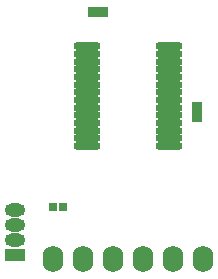
<source format=gts>
G04 Layer_Color=20142*
%FSAX24Y24*%
%MOIN*%
G70*
G01*
G75*
%ADD25R,0.0340X0.0324*%
%ADD26R,0.0324X0.0340*%
%ADD27O,0.0907X0.0257*%
%ADD28R,0.0316X0.0297*%
%ADD29R,0.0680X0.0434*%
%ADD30O,0.0680X0.0434*%
%ADD31O,0.0680X0.0880*%
D25*
X028233Y017365D02*
D03*
X027887D02*
D03*
D26*
X031360Y013842D02*
D03*
Y014188D02*
D03*
D27*
X027702Y016213D02*
D03*
Y015957D02*
D03*
Y015702D02*
D03*
Y015446D02*
D03*
Y015190D02*
D03*
Y014934D02*
D03*
Y014678D02*
D03*
Y014422D02*
D03*
Y014166D02*
D03*
Y013910D02*
D03*
Y013654D02*
D03*
Y013398D02*
D03*
Y013143D02*
D03*
Y012887D02*
D03*
X030418Y016213D02*
D03*
Y015957D02*
D03*
Y015702D02*
D03*
Y015446D02*
D03*
Y015190D02*
D03*
Y014934D02*
D03*
Y014678D02*
D03*
Y014422D02*
D03*
Y014166D02*
D03*
Y013910D02*
D03*
Y013654D02*
D03*
Y013398D02*
D03*
Y013143D02*
D03*
Y012887D02*
D03*
D28*
X026895Y010865D02*
D03*
X026560D02*
D03*
D29*
X025310Y009265D02*
D03*
D30*
Y009765D02*
D03*
Y010265D02*
D03*
Y010765D02*
D03*
D31*
X027560Y009115D02*
D03*
X028560D02*
D03*
X026560D02*
D03*
X030560D02*
D03*
X031560D02*
D03*
X029560D02*
D03*
M02*

</source>
